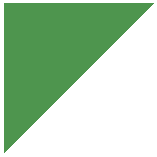
<source format=gbr>
%FSLAX34Y34*%%MOIN*%%AMOUTLINE*4,1,3,0,0,0,0.5,0.5,0.5,0,0,0*%%ADD10OUTLINE*%D10*X0Y0D03*M02*
</source>
